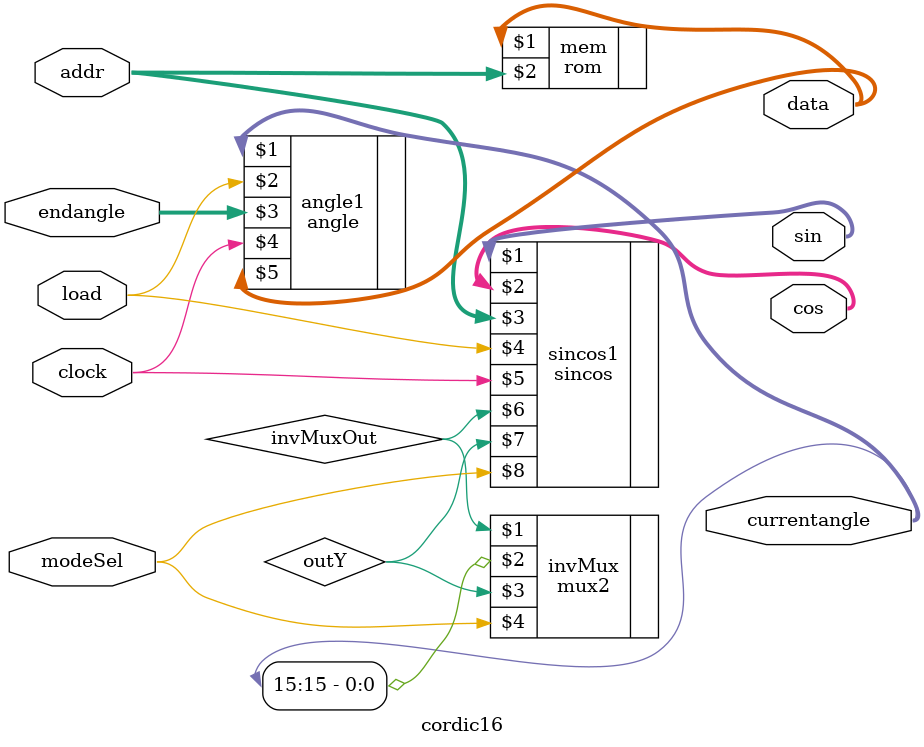
<source format=sv>
module cordic16 (sin, cos, data, currentangle, endangle, addr, load, clock, modeSel);

   input logic [15:0]  endangle;
   input logic	 clock;
   input logic[3:0] 	 addr;
   input logic	 load;
   input logic modeSel;

   output logic [15:0] sin, cos;
   output logic [15:0] data, currentangle;

   logic outY;

   mux2 #(1) invMux(invMuxOut, currentangle[15], outY, modeSel);
   angle angle1 (currentangle, load, endangle, clock, data);
   sincos sincos1 (sin, cos, addr, load, clock, invMuxOut, outY, modeSel);
   rom mem (data, addr);  //USE THIS
   
endmodule // cordic

</source>
